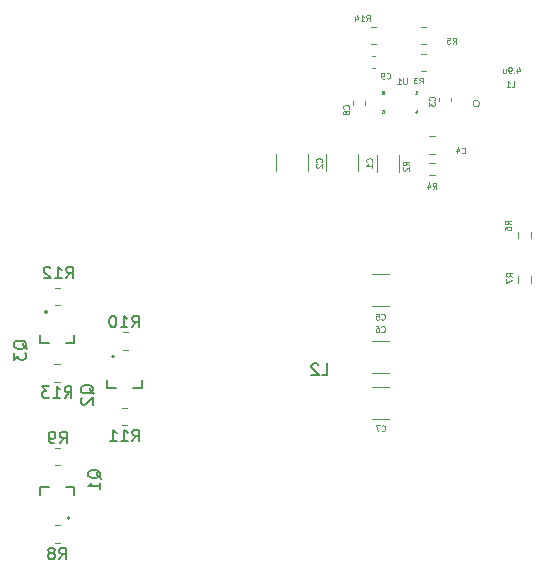
<source format=gbr>
%TF.GenerationSoftware,KiCad,Pcbnew,(6.0.4)*%
%TF.CreationDate,2022-09-19T00:41:06-04:00*%
%TF.ProjectId,Pi_HAT_V2,50695f48-4154-45f5-9632-2e6b69636164,rev?*%
%TF.SameCoordinates,Original*%
%TF.FileFunction,Legend,Bot*%
%TF.FilePolarity,Positive*%
%FSLAX46Y46*%
G04 Gerber Fmt 4.6, Leading zero omitted, Abs format (unit mm)*
G04 Created by KiCad (PCBNEW (6.0.4)) date 2022-09-19 00:41:06*
%MOMM*%
%LPD*%
G01*
G04 APERTURE LIST*
%ADD10C,0.125000*%
%ADD11C,0.075000*%
%ADD12C,0.150000*%
%ADD13C,0.120000*%
%ADD14C,0.127000*%
%ADD15C,0.200000*%
G04 APERTURE END LIST*
D10*
%TO.C,U1*%
X137830952Y-67451190D02*
X137830952Y-67855952D01*
X137807142Y-67903571D01*
X137783333Y-67927380D01*
X137735714Y-67951190D01*
X137640476Y-67951190D01*
X137592857Y-67927380D01*
X137569047Y-67903571D01*
X137545238Y-67855952D01*
X137545238Y-67451190D01*
X137045238Y-67951190D02*
X137330952Y-67951190D01*
X137188095Y-67951190D02*
X137188095Y-67451190D01*
X137235714Y-67522619D01*
X137283333Y-67570238D01*
X137330952Y-67594047D01*
D11*
X135778571Y-70110714D02*
X135921428Y-70110714D01*
X135935714Y-70253571D01*
X135921428Y-70239285D01*
X135892857Y-70225000D01*
X135821428Y-70225000D01*
X135792857Y-70239285D01*
X135778571Y-70253571D01*
X135764285Y-70282142D01*
X135764285Y-70353571D01*
X135778571Y-70382142D01*
X135792857Y-70396428D01*
X135821428Y-70410714D01*
X135892857Y-70410714D01*
X135921428Y-70396428D01*
X135935714Y-70382142D01*
X138592857Y-70210714D02*
X138592857Y-70410714D01*
X138664285Y-70096428D02*
X138735714Y-70310714D01*
X138550000Y-70310714D01*
X135878571Y-68639285D02*
X135907142Y-68625000D01*
X135921428Y-68610714D01*
X135935714Y-68582142D01*
X135935714Y-68567857D01*
X135921428Y-68539285D01*
X135907142Y-68525000D01*
X135878571Y-68510714D01*
X135821428Y-68510714D01*
X135792857Y-68525000D01*
X135778571Y-68539285D01*
X135764285Y-68567857D01*
X135764285Y-68582142D01*
X135778571Y-68610714D01*
X135792857Y-68625000D01*
X135821428Y-68639285D01*
X135878571Y-68639285D01*
X135907142Y-68653571D01*
X135921428Y-68667857D01*
X135935714Y-68696428D01*
X135935714Y-68753571D01*
X135921428Y-68782142D01*
X135907142Y-68796428D01*
X135878571Y-68810714D01*
X135821428Y-68810714D01*
X135792857Y-68796428D01*
X135778571Y-68782142D01*
X135764285Y-68753571D01*
X135764285Y-68696428D01*
X135778571Y-68667857D01*
X135792857Y-68653571D01*
X135821428Y-68639285D01*
X138564285Y-68810714D02*
X138735714Y-68810714D01*
X138650000Y-68810714D02*
X138650000Y-68510714D01*
X138678571Y-68553571D01*
X138707142Y-68582142D01*
X138735714Y-68596428D01*
D10*
%TO.C,L1*%
X146708333Y-68176190D02*
X146946428Y-68176190D01*
X146946428Y-67676190D01*
X146279761Y-68176190D02*
X146565476Y-68176190D01*
X146422619Y-68176190D02*
X146422619Y-67676190D01*
X146470238Y-67747619D01*
X146517857Y-67795238D01*
X146565476Y-67819047D01*
X147188095Y-66667857D02*
X147188095Y-67001190D01*
X147307142Y-66477380D02*
X147426190Y-66834523D01*
X147116666Y-66834523D01*
X146926190Y-66953571D02*
X146902380Y-66977380D01*
X146926190Y-67001190D01*
X146950000Y-66977380D01*
X146926190Y-66953571D01*
X146926190Y-67001190D01*
X146664285Y-67001190D02*
X146569047Y-67001190D01*
X146521428Y-66977380D01*
X146497619Y-66953571D01*
X146450000Y-66882142D01*
X146426190Y-66786904D01*
X146426190Y-66596428D01*
X146450000Y-66548809D01*
X146473809Y-66525000D01*
X146521428Y-66501190D01*
X146616666Y-66501190D01*
X146664285Y-66525000D01*
X146688095Y-66548809D01*
X146711904Y-66596428D01*
X146711904Y-66715476D01*
X146688095Y-66763095D01*
X146664285Y-66786904D01*
X146616666Y-66810714D01*
X146521428Y-66810714D01*
X146473809Y-66786904D01*
X146450000Y-66763095D01*
X146426190Y-66715476D01*
X145997619Y-66667857D02*
X145997619Y-67001190D01*
X146211904Y-66667857D02*
X146211904Y-66929761D01*
X146188095Y-66977380D01*
X146140476Y-67001190D01*
X146069047Y-67001190D01*
X146021428Y-66977380D01*
X145997619Y-66953571D01*
D12*
%TO.C,L2*%
X130616666Y-92577380D02*
X131092857Y-92577380D01*
X131092857Y-91577380D01*
X130330952Y-91672619D02*
X130283333Y-91625000D01*
X130188095Y-91577380D01*
X129950000Y-91577380D01*
X129854761Y-91625000D01*
X129807142Y-91672619D01*
X129759523Y-91767857D01*
X129759523Y-91863095D01*
X129807142Y-92005952D01*
X130378571Y-92577380D01*
X129759523Y-92577380D01*
D10*
%TO.C,C7*%
X135708333Y-97278571D02*
X135732142Y-97302380D01*
X135803571Y-97326190D01*
X135851190Y-97326190D01*
X135922619Y-97302380D01*
X135970238Y-97254761D01*
X135994047Y-97207142D01*
X136017857Y-97111904D01*
X136017857Y-97040476D01*
X135994047Y-96945238D01*
X135970238Y-96897619D01*
X135922619Y-96850000D01*
X135851190Y-96826190D01*
X135803571Y-96826190D01*
X135732142Y-96850000D01*
X135708333Y-96873809D01*
X135541666Y-96826190D02*
X135208333Y-96826190D01*
X135422619Y-97326190D01*
%TO.C,C9*%
X136133333Y-67428571D02*
X136157142Y-67452380D01*
X136228571Y-67476190D01*
X136276190Y-67476190D01*
X136347619Y-67452380D01*
X136395238Y-67404761D01*
X136419047Y-67357142D01*
X136442857Y-67261904D01*
X136442857Y-67190476D01*
X136419047Y-67095238D01*
X136395238Y-67047619D01*
X136347619Y-67000000D01*
X136276190Y-66976190D01*
X136228571Y-66976190D01*
X136157142Y-67000000D01*
X136133333Y-67023809D01*
X135895238Y-67476190D02*
X135800000Y-67476190D01*
X135752380Y-67452380D01*
X135728571Y-67428571D01*
X135680952Y-67357142D01*
X135657142Y-67261904D01*
X135657142Y-67071428D01*
X135680952Y-67023809D01*
X135704761Y-67000000D01*
X135752380Y-66976190D01*
X135847619Y-66976190D01*
X135895238Y-67000000D01*
X135919047Y-67023809D01*
X135942857Y-67071428D01*
X135942857Y-67190476D01*
X135919047Y-67238095D01*
X135895238Y-67261904D01*
X135847619Y-67285714D01*
X135752380Y-67285714D01*
X135704761Y-67261904D01*
X135680952Y-67238095D01*
X135657142Y-67190476D01*
%TO.C,C3*%
X140178571Y-69291666D02*
X140202380Y-69267857D01*
X140226190Y-69196428D01*
X140226190Y-69148809D01*
X140202380Y-69077380D01*
X140154761Y-69029761D01*
X140107142Y-69005952D01*
X140011904Y-68982142D01*
X139940476Y-68982142D01*
X139845238Y-69005952D01*
X139797619Y-69029761D01*
X139750000Y-69077380D01*
X139726190Y-69148809D01*
X139726190Y-69196428D01*
X139750000Y-69267857D01*
X139773809Y-69291666D01*
X139726190Y-69458333D02*
X139726190Y-69767857D01*
X139916666Y-69601190D01*
X139916666Y-69672619D01*
X139940476Y-69720238D01*
X139964285Y-69744047D01*
X140011904Y-69767857D01*
X140130952Y-69767857D01*
X140178571Y-69744047D01*
X140202380Y-69720238D01*
X140226190Y-69672619D01*
X140226190Y-69529761D01*
X140202380Y-69482142D01*
X140178571Y-69458333D01*
%TO.C,C6*%
X135683333Y-88878571D02*
X135707142Y-88902380D01*
X135778571Y-88926190D01*
X135826190Y-88926190D01*
X135897619Y-88902380D01*
X135945238Y-88854761D01*
X135969047Y-88807142D01*
X135992857Y-88711904D01*
X135992857Y-88640476D01*
X135969047Y-88545238D01*
X135945238Y-88497619D01*
X135897619Y-88450000D01*
X135826190Y-88426190D01*
X135778571Y-88426190D01*
X135707142Y-88450000D01*
X135683333Y-88473809D01*
X135254761Y-88426190D02*
X135350000Y-88426190D01*
X135397619Y-88450000D01*
X135421428Y-88473809D01*
X135469047Y-88545238D01*
X135492857Y-88640476D01*
X135492857Y-88830952D01*
X135469047Y-88878571D01*
X135445238Y-88902380D01*
X135397619Y-88926190D01*
X135302380Y-88926190D01*
X135254761Y-88902380D01*
X135230952Y-88878571D01*
X135207142Y-88830952D01*
X135207142Y-88711904D01*
X135230952Y-88664285D01*
X135254761Y-88640476D01*
X135302380Y-88616666D01*
X135397619Y-88616666D01*
X135445238Y-88640476D01*
X135469047Y-88664285D01*
X135492857Y-88711904D01*
%TO.C,C1*%
X134853571Y-74516666D02*
X134877380Y-74492857D01*
X134901190Y-74421428D01*
X134901190Y-74373809D01*
X134877380Y-74302380D01*
X134829761Y-74254761D01*
X134782142Y-74230952D01*
X134686904Y-74207142D01*
X134615476Y-74207142D01*
X134520238Y-74230952D01*
X134472619Y-74254761D01*
X134425000Y-74302380D01*
X134401190Y-74373809D01*
X134401190Y-74421428D01*
X134425000Y-74492857D01*
X134448809Y-74516666D01*
X134901190Y-74992857D02*
X134901190Y-74707142D01*
X134901190Y-74850000D02*
X134401190Y-74850000D01*
X134472619Y-74802380D01*
X134520238Y-74754761D01*
X134544047Y-74707142D01*
%TO.C,C2*%
X130603571Y-74516666D02*
X130627380Y-74492857D01*
X130651190Y-74421428D01*
X130651190Y-74373809D01*
X130627380Y-74302380D01*
X130579761Y-74254761D01*
X130532142Y-74230952D01*
X130436904Y-74207142D01*
X130365476Y-74207142D01*
X130270238Y-74230952D01*
X130222619Y-74254761D01*
X130175000Y-74302380D01*
X130151190Y-74373809D01*
X130151190Y-74421428D01*
X130175000Y-74492857D01*
X130198809Y-74516666D01*
X130198809Y-74707142D02*
X130175000Y-74730952D01*
X130151190Y-74778571D01*
X130151190Y-74897619D01*
X130175000Y-74945238D01*
X130198809Y-74969047D01*
X130246428Y-74992857D01*
X130294047Y-74992857D01*
X130365476Y-74969047D01*
X130651190Y-74683333D01*
X130651190Y-74992857D01*
%TO.C,R2*%
X138001190Y-74791666D02*
X137763095Y-74625000D01*
X138001190Y-74505952D02*
X137501190Y-74505952D01*
X137501190Y-74696428D01*
X137525000Y-74744047D01*
X137548809Y-74767857D01*
X137596428Y-74791666D01*
X137667857Y-74791666D01*
X137715476Y-74767857D01*
X137739285Y-74744047D01*
X137763095Y-74696428D01*
X137763095Y-74505952D01*
X137548809Y-74982142D02*
X137525000Y-75005952D01*
X137501190Y-75053571D01*
X137501190Y-75172619D01*
X137525000Y-75220238D01*
X137548809Y-75244047D01*
X137596428Y-75267857D01*
X137644047Y-75267857D01*
X137715476Y-75244047D01*
X138001190Y-74958333D01*
X138001190Y-75267857D01*
%TO.C,C4*%
X142483333Y-73753571D02*
X142507142Y-73777380D01*
X142578571Y-73801190D01*
X142626190Y-73801190D01*
X142697619Y-73777380D01*
X142745238Y-73729761D01*
X142769047Y-73682142D01*
X142792857Y-73586904D01*
X142792857Y-73515476D01*
X142769047Y-73420238D01*
X142745238Y-73372619D01*
X142697619Y-73325000D01*
X142626190Y-73301190D01*
X142578571Y-73301190D01*
X142507142Y-73325000D01*
X142483333Y-73348809D01*
X142054761Y-73467857D02*
X142054761Y-73801190D01*
X142173809Y-73277380D02*
X142292857Y-73634523D01*
X141983333Y-73634523D01*
%TO.C,R7*%
X146776190Y-84241666D02*
X146538095Y-84075000D01*
X146776190Y-83955952D02*
X146276190Y-83955952D01*
X146276190Y-84146428D01*
X146300000Y-84194047D01*
X146323809Y-84217857D01*
X146371428Y-84241666D01*
X146442857Y-84241666D01*
X146490476Y-84217857D01*
X146514285Y-84194047D01*
X146538095Y-84146428D01*
X146538095Y-83955952D01*
X146276190Y-84408333D02*
X146276190Y-84741666D01*
X146776190Y-84527380D01*
D12*
%TO.C,R9*%
X108466666Y-98352380D02*
X108800000Y-97876190D01*
X109038095Y-98352380D02*
X109038095Y-97352380D01*
X108657142Y-97352380D01*
X108561904Y-97400000D01*
X108514285Y-97447619D01*
X108466666Y-97542857D01*
X108466666Y-97685714D01*
X108514285Y-97780952D01*
X108561904Y-97828571D01*
X108657142Y-97876190D01*
X109038095Y-97876190D01*
X107990476Y-98352380D02*
X107800000Y-98352380D01*
X107704761Y-98304761D01*
X107657142Y-98257142D01*
X107561904Y-98114285D01*
X107514285Y-97923809D01*
X107514285Y-97542857D01*
X107561904Y-97447619D01*
X107609523Y-97400000D01*
X107704761Y-97352380D01*
X107895238Y-97352380D01*
X107990476Y-97400000D01*
X108038095Y-97447619D01*
X108085714Y-97542857D01*
X108085714Y-97780952D01*
X108038095Y-97876190D01*
X107990476Y-97923809D01*
X107895238Y-97971428D01*
X107704761Y-97971428D01*
X107609523Y-97923809D01*
X107561904Y-97876190D01*
X107514285Y-97780952D01*
%TO.C,R10*%
X114567857Y-88527380D02*
X114901190Y-88051190D01*
X115139285Y-88527380D02*
X115139285Y-87527380D01*
X114758333Y-87527380D01*
X114663095Y-87575000D01*
X114615476Y-87622619D01*
X114567857Y-87717857D01*
X114567857Y-87860714D01*
X114615476Y-87955952D01*
X114663095Y-88003571D01*
X114758333Y-88051190D01*
X115139285Y-88051190D01*
X113615476Y-88527380D02*
X114186904Y-88527380D01*
X113901190Y-88527380D02*
X113901190Y-87527380D01*
X113996428Y-87670238D01*
X114091666Y-87765476D01*
X114186904Y-87813095D01*
X112996428Y-87527380D02*
X112901190Y-87527380D01*
X112805952Y-87575000D01*
X112758333Y-87622619D01*
X112710714Y-87717857D01*
X112663095Y-87908333D01*
X112663095Y-88146428D01*
X112710714Y-88336904D01*
X112758333Y-88432142D01*
X112805952Y-88479761D01*
X112901190Y-88527380D01*
X112996428Y-88527380D01*
X113091666Y-88479761D01*
X113139285Y-88432142D01*
X113186904Y-88336904D01*
X113234523Y-88146428D01*
X113234523Y-87908333D01*
X113186904Y-87717857D01*
X113139285Y-87622619D01*
X113091666Y-87575000D01*
X112996428Y-87527380D01*
D10*
%TO.C,R5*%
X141708333Y-64501190D02*
X141875000Y-64263095D01*
X141994047Y-64501190D02*
X141994047Y-64001190D01*
X141803571Y-64001190D01*
X141755952Y-64025000D01*
X141732142Y-64048809D01*
X141708333Y-64096428D01*
X141708333Y-64167857D01*
X141732142Y-64215476D01*
X141755952Y-64239285D01*
X141803571Y-64263095D01*
X141994047Y-64263095D01*
X141255952Y-64001190D02*
X141494047Y-64001190D01*
X141517857Y-64239285D01*
X141494047Y-64215476D01*
X141446428Y-64191666D01*
X141327380Y-64191666D01*
X141279761Y-64215476D01*
X141255952Y-64239285D01*
X141232142Y-64286904D01*
X141232142Y-64405952D01*
X141255952Y-64453571D01*
X141279761Y-64477380D01*
X141327380Y-64501190D01*
X141446428Y-64501190D01*
X141494047Y-64477380D01*
X141517857Y-64453571D01*
%TO.C,R14*%
X134396428Y-62576190D02*
X134563095Y-62338095D01*
X134682142Y-62576190D02*
X134682142Y-62076190D01*
X134491666Y-62076190D01*
X134444047Y-62100000D01*
X134420238Y-62123809D01*
X134396428Y-62171428D01*
X134396428Y-62242857D01*
X134420238Y-62290476D01*
X134444047Y-62314285D01*
X134491666Y-62338095D01*
X134682142Y-62338095D01*
X133920238Y-62576190D02*
X134205952Y-62576190D01*
X134063095Y-62576190D02*
X134063095Y-62076190D01*
X134110714Y-62147619D01*
X134158333Y-62195238D01*
X134205952Y-62219047D01*
X133491666Y-62242857D02*
X133491666Y-62576190D01*
X133610714Y-62052380D02*
X133729761Y-62409523D01*
X133420238Y-62409523D01*
D12*
%TO.C,R12*%
X108992857Y-84377380D02*
X109326190Y-83901190D01*
X109564285Y-84377380D02*
X109564285Y-83377380D01*
X109183333Y-83377380D01*
X109088095Y-83425000D01*
X109040476Y-83472619D01*
X108992857Y-83567857D01*
X108992857Y-83710714D01*
X109040476Y-83805952D01*
X109088095Y-83853571D01*
X109183333Y-83901190D01*
X109564285Y-83901190D01*
X108040476Y-84377380D02*
X108611904Y-84377380D01*
X108326190Y-84377380D02*
X108326190Y-83377380D01*
X108421428Y-83520238D01*
X108516666Y-83615476D01*
X108611904Y-83663095D01*
X107659523Y-83472619D02*
X107611904Y-83425000D01*
X107516666Y-83377380D01*
X107278571Y-83377380D01*
X107183333Y-83425000D01*
X107135714Y-83472619D01*
X107088095Y-83567857D01*
X107088095Y-83663095D01*
X107135714Y-83805952D01*
X107707142Y-84377380D01*
X107088095Y-84377380D01*
D10*
%TO.C,C8*%
X132903571Y-70016666D02*
X132927380Y-69992857D01*
X132951190Y-69921428D01*
X132951190Y-69873809D01*
X132927380Y-69802380D01*
X132879761Y-69754761D01*
X132832142Y-69730952D01*
X132736904Y-69707142D01*
X132665476Y-69707142D01*
X132570238Y-69730952D01*
X132522619Y-69754761D01*
X132475000Y-69802380D01*
X132451190Y-69873809D01*
X132451190Y-69921428D01*
X132475000Y-69992857D01*
X132498809Y-70016666D01*
X132665476Y-70302380D02*
X132641666Y-70254761D01*
X132617857Y-70230952D01*
X132570238Y-70207142D01*
X132546428Y-70207142D01*
X132498809Y-70230952D01*
X132475000Y-70254761D01*
X132451190Y-70302380D01*
X132451190Y-70397619D01*
X132475000Y-70445238D01*
X132498809Y-70469047D01*
X132546428Y-70492857D01*
X132570238Y-70492857D01*
X132617857Y-70469047D01*
X132641666Y-70445238D01*
X132665476Y-70397619D01*
X132665476Y-70302380D01*
X132689285Y-70254761D01*
X132713095Y-70230952D01*
X132760714Y-70207142D01*
X132855952Y-70207142D01*
X132903571Y-70230952D01*
X132927380Y-70254761D01*
X132951190Y-70302380D01*
X132951190Y-70397619D01*
X132927380Y-70445238D01*
X132903571Y-70469047D01*
X132855952Y-70492857D01*
X132760714Y-70492857D01*
X132713095Y-70469047D01*
X132689285Y-70445238D01*
X132665476Y-70397619D01*
D12*
%TO.C,Q3*%
X105662619Y-90379761D02*
X105615000Y-90284523D01*
X105519761Y-90189285D01*
X105376904Y-90046428D01*
X105329285Y-89951190D01*
X105329285Y-89855952D01*
X105567380Y-89903571D02*
X105519761Y-89808333D01*
X105424523Y-89713095D01*
X105234047Y-89665476D01*
X104900714Y-89665476D01*
X104710238Y-89713095D01*
X104615000Y-89808333D01*
X104567380Y-89903571D01*
X104567380Y-90094047D01*
X104615000Y-90189285D01*
X104710238Y-90284523D01*
X104900714Y-90332142D01*
X105234047Y-90332142D01*
X105424523Y-90284523D01*
X105519761Y-90189285D01*
X105567380Y-90094047D01*
X105567380Y-89903571D01*
X104567380Y-90665476D02*
X104567380Y-91284523D01*
X104948333Y-90951190D01*
X104948333Y-91094047D01*
X104995952Y-91189285D01*
X105043571Y-91236904D01*
X105138809Y-91284523D01*
X105376904Y-91284523D01*
X105472142Y-91236904D01*
X105519761Y-91189285D01*
X105567380Y-91094047D01*
X105567380Y-90808333D01*
X105519761Y-90713095D01*
X105472142Y-90665476D01*
%TO.C,R11*%
X114592857Y-98177380D02*
X114926190Y-97701190D01*
X115164285Y-98177380D02*
X115164285Y-97177380D01*
X114783333Y-97177380D01*
X114688095Y-97225000D01*
X114640476Y-97272619D01*
X114592857Y-97367857D01*
X114592857Y-97510714D01*
X114640476Y-97605952D01*
X114688095Y-97653571D01*
X114783333Y-97701190D01*
X115164285Y-97701190D01*
X113640476Y-98177380D02*
X114211904Y-98177380D01*
X113926190Y-98177380D02*
X113926190Y-97177380D01*
X114021428Y-97320238D01*
X114116666Y-97415476D01*
X114211904Y-97463095D01*
X112688095Y-98177380D02*
X113259523Y-98177380D01*
X112973809Y-98177380D02*
X112973809Y-97177380D01*
X113069047Y-97320238D01*
X113164285Y-97415476D01*
X113259523Y-97463095D01*
%TO.C,Q1*%
X111932619Y-101329761D02*
X111885000Y-101234523D01*
X111789761Y-101139285D01*
X111646904Y-100996428D01*
X111599285Y-100901190D01*
X111599285Y-100805952D01*
X111837380Y-100853571D02*
X111789761Y-100758333D01*
X111694523Y-100663095D01*
X111504047Y-100615476D01*
X111170714Y-100615476D01*
X110980238Y-100663095D01*
X110885000Y-100758333D01*
X110837380Y-100853571D01*
X110837380Y-101044047D01*
X110885000Y-101139285D01*
X110980238Y-101234523D01*
X111170714Y-101282142D01*
X111504047Y-101282142D01*
X111694523Y-101234523D01*
X111789761Y-101139285D01*
X111837380Y-101044047D01*
X111837380Y-100853571D01*
X111837380Y-102234523D02*
X111837380Y-101663095D01*
X111837380Y-101948809D02*
X110837380Y-101948809D01*
X110980238Y-101853571D01*
X111075476Y-101758333D01*
X111123095Y-101663095D01*
D10*
%TO.C,R6*%
X146651190Y-79816666D02*
X146413095Y-79650000D01*
X146651190Y-79530952D02*
X146151190Y-79530952D01*
X146151190Y-79721428D01*
X146175000Y-79769047D01*
X146198809Y-79792857D01*
X146246428Y-79816666D01*
X146317857Y-79816666D01*
X146365476Y-79792857D01*
X146389285Y-79769047D01*
X146413095Y-79721428D01*
X146413095Y-79530952D01*
X146151190Y-80245238D02*
X146151190Y-80150000D01*
X146175000Y-80102380D01*
X146198809Y-80078571D01*
X146270238Y-80030952D01*
X146365476Y-80007142D01*
X146555952Y-80007142D01*
X146603571Y-80030952D01*
X146627380Y-80054761D01*
X146651190Y-80102380D01*
X146651190Y-80197619D01*
X146627380Y-80245238D01*
X146603571Y-80269047D01*
X146555952Y-80292857D01*
X146436904Y-80292857D01*
X146389285Y-80269047D01*
X146365476Y-80245238D01*
X146341666Y-80197619D01*
X146341666Y-80102380D01*
X146365476Y-80054761D01*
X146389285Y-80030952D01*
X146436904Y-80007142D01*
%TO.C,R4*%
X140033333Y-76781190D02*
X140200000Y-76543095D01*
X140319047Y-76781190D02*
X140319047Y-76281190D01*
X140128571Y-76281190D01*
X140080952Y-76305000D01*
X140057142Y-76328809D01*
X140033333Y-76376428D01*
X140033333Y-76447857D01*
X140057142Y-76495476D01*
X140080952Y-76519285D01*
X140128571Y-76543095D01*
X140319047Y-76543095D01*
X139604761Y-76447857D02*
X139604761Y-76781190D01*
X139723809Y-76257380D02*
X139842857Y-76614523D01*
X139533333Y-76614523D01*
D12*
%TO.C,R8*%
X108416666Y-108177380D02*
X108750000Y-107701190D01*
X108988095Y-108177380D02*
X108988095Y-107177380D01*
X108607142Y-107177380D01*
X108511904Y-107225000D01*
X108464285Y-107272619D01*
X108416666Y-107367857D01*
X108416666Y-107510714D01*
X108464285Y-107605952D01*
X108511904Y-107653571D01*
X108607142Y-107701190D01*
X108988095Y-107701190D01*
X107845238Y-107605952D02*
X107940476Y-107558333D01*
X107988095Y-107510714D01*
X108035714Y-107415476D01*
X108035714Y-107367857D01*
X107988095Y-107272619D01*
X107940476Y-107225000D01*
X107845238Y-107177380D01*
X107654761Y-107177380D01*
X107559523Y-107225000D01*
X107511904Y-107272619D01*
X107464285Y-107367857D01*
X107464285Y-107415476D01*
X107511904Y-107510714D01*
X107559523Y-107558333D01*
X107654761Y-107605952D01*
X107845238Y-107605952D01*
X107940476Y-107653571D01*
X107988095Y-107701190D01*
X108035714Y-107796428D01*
X108035714Y-107986904D01*
X107988095Y-108082142D01*
X107940476Y-108129761D01*
X107845238Y-108177380D01*
X107654761Y-108177380D01*
X107559523Y-108129761D01*
X107511904Y-108082142D01*
X107464285Y-107986904D01*
X107464285Y-107796428D01*
X107511904Y-107701190D01*
X107559523Y-107653571D01*
X107654761Y-107605952D01*
%TO.C,R13*%
X108867857Y-94502380D02*
X109201190Y-94026190D01*
X109439285Y-94502380D02*
X109439285Y-93502380D01*
X109058333Y-93502380D01*
X108963095Y-93550000D01*
X108915476Y-93597619D01*
X108867857Y-93692857D01*
X108867857Y-93835714D01*
X108915476Y-93930952D01*
X108963095Y-93978571D01*
X109058333Y-94026190D01*
X109439285Y-94026190D01*
X107915476Y-94502380D02*
X108486904Y-94502380D01*
X108201190Y-94502380D02*
X108201190Y-93502380D01*
X108296428Y-93645238D01*
X108391666Y-93740476D01*
X108486904Y-93788095D01*
X107582142Y-93502380D02*
X106963095Y-93502380D01*
X107296428Y-93883333D01*
X107153571Y-93883333D01*
X107058333Y-93930952D01*
X107010714Y-93978571D01*
X106963095Y-94073809D01*
X106963095Y-94311904D01*
X107010714Y-94407142D01*
X107058333Y-94454761D01*
X107153571Y-94502380D01*
X107439285Y-94502380D01*
X107534523Y-94454761D01*
X107582142Y-94407142D01*
%TO.C,Q2*%
X111337619Y-94154761D02*
X111290000Y-94059523D01*
X111194761Y-93964285D01*
X111051904Y-93821428D01*
X111004285Y-93726190D01*
X111004285Y-93630952D01*
X111242380Y-93678571D02*
X111194761Y-93583333D01*
X111099523Y-93488095D01*
X110909047Y-93440476D01*
X110575714Y-93440476D01*
X110385238Y-93488095D01*
X110290000Y-93583333D01*
X110242380Y-93678571D01*
X110242380Y-93869047D01*
X110290000Y-93964285D01*
X110385238Y-94059523D01*
X110575714Y-94107142D01*
X110909047Y-94107142D01*
X111099523Y-94059523D01*
X111194761Y-93964285D01*
X111242380Y-93869047D01*
X111242380Y-93678571D01*
X110337619Y-94488095D02*
X110290000Y-94535714D01*
X110242380Y-94630952D01*
X110242380Y-94869047D01*
X110290000Y-94964285D01*
X110337619Y-95011904D01*
X110432857Y-95059523D01*
X110528095Y-95059523D01*
X110670952Y-95011904D01*
X111242380Y-94440476D01*
X111242380Y-95059523D01*
D10*
%TO.C,C5*%
X135683333Y-87828571D02*
X135707142Y-87852380D01*
X135778571Y-87876190D01*
X135826190Y-87876190D01*
X135897619Y-87852380D01*
X135945238Y-87804761D01*
X135969047Y-87757142D01*
X135992857Y-87661904D01*
X135992857Y-87590476D01*
X135969047Y-87495238D01*
X135945238Y-87447619D01*
X135897619Y-87400000D01*
X135826190Y-87376190D01*
X135778571Y-87376190D01*
X135707142Y-87400000D01*
X135683333Y-87423809D01*
X135230952Y-87376190D02*
X135469047Y-87376190D01*
X135492857Y-87614285D01*
X135469047Y-87590476D01*
X135421428Y-87566666D01*
X135302380Y-87566666D01*
X135254761Y-87590476D01*
X135230952Y-87614285D01*
X135207142Y-87661904D01*
X135207142Y-87780952D01*
X135230952Y-87828571D01*
X135254761Y-87852380D01*
X135302380Y-87876190D01*
X135421428Y-87876190D01*
X135469047Y-87852380D01*
X135492857Y-87828571D01*
%TO.C,R3*%
X138908333Y-67876190D02*
X139075000Y-67638095D01*
X139194047Y-67876190D02*
X139194047Y-67376190D01*
X139003571Y-67376190D01*
X138955952Y-67400000D01*
X138932142Y-67423809D01*
X138908333Y-67471428D01*
X138908333Y-67542857D01*
X138932142Y-67590476D01*
X138955952Y-67614285D01*
X139003571Y-67638095D01*
X139194047Y-67638095D01*
X138741666Y-67376190D02*
X138432142Y-67376190D01*
X138598809Y-67566666D01*
X138527380Y-67566666D01*
X138479761Y-67590476D01*
X138455952Y-67614285D01*
X138432142Y-67661904D01*
X138432142Y-67780952D01*
X138455952Y-67828571D01*
X138479761Y-67852380D01*
X138527380Y-67876190D01*
X138670238Y-67876190D01*
X138717857Y-67852380D01*
X138741666Y-67828571D01*
D13*
%TO.C,L1*%
X144010343Y-69582842D02*
G75*
G03*
X144010343Y-69582842I-282843J0D01*
G01*
%TO.C,C7*%
X136311252Y-96260000D02*
X134888748Y-96260000D01*
X136311252Y-93540000D02*
X134888748Y-93540000D01*
%TO.C,C9*%
X134878733Y-66585000D02*
X135171267Y-66585000D01*
X134878733Y-65565000D02*
X135171267Y-65565000D01*
%TO.C,C3*%
X140590000Y-69103733D02*
X140590000Y-69396267D01*
X141610000Y-69103733D02*
X141610000Y-69396267D01*
%TO.C,C6*%
X136311252Y-92360000D02*
X134888748Y-92360000D01*
X136311252Y-89640000D02*
X134888748Y-89640000D01*
%TO.C,C1*%
X131015000Y-75311252D02*
X131015000Y-73888748D01*
X133735000Y-75311252D02*
X133735000Y-73888748D01*
%TO.C,C2*%
X126765000Y-75311252D02*
X126765000Y-73888748D01*
X129485000Y-75311252D02*
X129485000Y-73888748D01*
%TO.C,R2*%
X137135000Y-75352064D02*
X137135000Y-73897936D01*
X135315000Y-75352064D02*
X135315000Y-73897936D01*
%TO.C,C4*%
X140236252Y-72365000D02*
X139713748Y-72365000D01*
X140236252Y-73835000D02*
X139713748Y-73835000D01*
%TO.C,R7*%
X147277500Y-84729724D02*
X147277500Y-84220276D01*
X148322500Y-84729724D02*
X148322500Y-84220276D01*
%TO.C,R9*%
X108022936Y-98740000D02*
X108477064Y-98740000D01*
X108022936Y-100210000D02*
X108477064Y-100210000D01*
%TO.C,R10*%
X113797936Y-90410000D02*
X114252064Y-90410000D01*
X113797936Y-88940000D02*
X114252064Y-88940000D01*
%TO.C,R5*%
X139022936Y-64560000D02*
X139477064Y-64560000D01*
X139022936Y-63090000D02*
X139477064Y-63090000D01*
%TO.C,R14*%
X134772936Y-63065000D02*
X135227064Y-63065000D01*
X134772936Y-64535000D02*
X135227064Y-64535000D01*
%TO.C,R12*%
X108047936Y-86635000D02*
X108502064Y-86635000D01*
X108047936Y-85165000D02*
X108502064Y-85165000D01*
%TO.C,C8*%
X134335000Y-69403733D02*
X134335000Y-69696267D01*
X133315000Y-69403733D02*
X133315000Y-69696267D01*
D14*
%TO.C,Q3*%
X106800000Y-89875000D02*
X106800000Y-89190000D01*
X107530000Y-89875000D02*
X106800000Y-89875000D01*
X109700000Y-89190000D02*
X109700000Y-89875000D01*
X109700000Y-89875000D02*
X108970000Y-89875000D01*
D15*
X107400000Y-87225000D02*
G75*
G03*
X107400000Y-87225000I-100000J0D01*
G01*
D13*
%TO.C,R11*%
X114152064Y-96835000D02*
X113697936Y-96835000D01*
X114152064Y-95365000D02*
X113697936Y-95365000D01*
D14*
%TO.C,Q1*%
X106800000Y-102710000D02*
X106800000Y-102025000D01*
X109700000Y-102025000D02*
X109700000Y-102710000D01*
X108970000Y-102025000D02*
X109700000Y-102025000D01*
X106800000Y-102025000D02*
X107530000Y-102025000D01*
D15*
X109300000Y-104675000D02*
G75*
G03*
X109300000Y-104675000I-100000J0D01*
G01*
D13*
%TO.C,R6*%
X147277500Y-80979724D02*
X147277500Y-80470276D01*
X148322500Y-80979724D02*
X148322500Y-80470276D01*
%TO.C,R4*%
X139695276Y-74602500D02*
X140204724Y-74602500D01*
X139695276Y-75647500D02*
X140204724Y-75647500D01*
%TO.C,R8*%
X108502064Y-106760000D02*
X108047936Y-106760000D01*
X108502064Y-105290000D02*
X108047936Y-105290000D01*
%TO.C,R13*%
X108452064Y-93135000D02*
X107997936Y-93135000D01*
X108452064Y-91665000D02*
X107997936Y-91665000D01*
D14*
%TO.C,Q2*%
X115375000Y-92965000D02*
X115375000Y-93650000D01*
X113205000Y-93650000D02*
X112475000Y-93650000D01*
X112475000Y-93650000D02*
X112475000Y-92965000D01*
X115375000Y-93650000D02*
X114645000Y-93650000D01*
D15*
X113075000Y-91000000D02*
G75*
G03*
X113075000Y-91000000I-100000J0D01*
G01*
D13*
%TO.C,C5*%
X134888748Y-83990000D02*
X136311252Y-83990000D01*
X134888748Y-86710000D02*
X136311252Y-86710000D01*
%TO.C,R3*%
X138997936Y-66835000D02*
X139452064Y-66835000D01*
X138997936Y-65365000D02*
X139452064Y-65365000D01*
%TD*%
M02*

</source>
